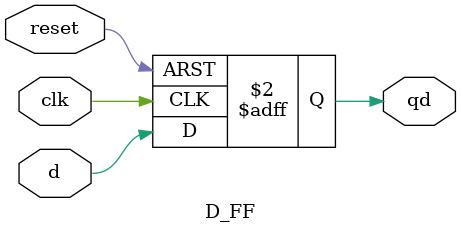
<source format=v>
module main (vcc, gnd, mled_left, mtoggle_beep, mled_right, mled_equal, mbcd_segment, mled_score_p1, mled_score_p2, min_hex_joy);

//Not finished @091259 0130
  output [4:0]mled_left,mled_right, mled_score_p1, mled_score_p2;
  output mled_equal, vcc, gnd, mtoggle_beep;
  output [3:0]mbcd_segment;
  input [7:0]min_hex_joy;

  wire [3:0]wo_bcd_left, wo_bcd_right, wo_bcd_segment, wo_ans;
  wire wo_tog_equal;
  wire [3:0]wo_state;
  wire inw_trigger;

  wire wo_ret_score_p1, wo_ret_score_p2;

  wire [3:0]w_anssel;
  wire [1:0]w_player;

  reg vcc, gnd;

  wire wo_toggle_beep;

//Global Pin for extranal
  always @ ( 1 ) begin
    vcc = 1;
    gnd = 0;
  end




  //starting state with zero
  click_count_up cup(wo_state, inw_trigger);

  //initial question
  //module question_inti (bcd_left, bcd_right, tog_equal, bcd_segment, bcd_ans, state);
  question_inti q1(wo_bcd_left, wo_bcd_right, wo_tog_equal, wo_bcd_segment, wo_ans, wo_state);

  //Show question in display
  //module question_show (led_left, led_right, led_equal, bcd_segment, in_left, in_right, in_equal, in_segment);
  question_show qs1(mled_left, mled_right, mled_equal, mbcd_segment, wo_bcd_left, wo_bcd_right, wo_tog_equal, wo_state);

  //LocalMethod: wait player press buttom
  //module get_player_score(ret_score_p1, ret_score_p2, rm_in_bcd, prob);
  get_player_score gps1(wo_ret_score_p1, wo_ret_score_p2, min_hex_joy, wo_ans, wo_toggle_beep);

  //module set_player_score(toggle_beep, led_score_p1, led_score_p2, tog_score_p1, tog_score_p2);
  set_player_score sps1(wo_toggle_beep, mled_score_p1, mled_score_p2, wo_ret_score_p1, wo_ret_score_p2);

  //GlobalMethod: Output Buzzer signal with out reg variable type
  and(mtoggle_beep, wo_toggle_beep, wo_toggle_beep);

  //LocalMethod: change state
  //module change_problem_logic(is_active, score_p1, score_p2);
  change_problem_logic ch1(inw_trigger, wo_ret_score_p1, wo_ret_score_p2);


endmodule // main

/*---------------------------------------------------------------------*/

module change_problem_logic(is_active, score_p1, score_p2);
/*
  low-level module for compair 2 player score for send toggle data next problem
  @output [1-bit] 1 if one of person have corrcet answer
  @input [1bit][active hight] one score of perple or both
*/
  output is_active;
  input score_p1, score_p2;
  or(is_active, score_p1, score_p2);

endmodule

module get_player_score(ret_score_p1, ret_score_p2, rm_in_bcd, prob, toggle_beep);
/*
  check player answer with problem answer and get who player give score
  @output [active hight] 1-bit score_player1 OR score_player2
  @input [bcd] remote_raw_bcd , problem_bcd_answer
*/
  output ret_score_p1;
  output ret_score_p2;
  input [7:0]rm_in_bcd;
  input [3:0]prob;
  input toggle_beep;
  wire [3:0]player_ans;
  wire [1:0]players;

  reg ret_score_p1, ret_score_p2;
  remote_chk_ans_ply rcap(player_ans, players, rm_in_bcd);

  always @(1)
  begin
    if (player_ans == prob && !toggle_beep)
      begin
          case (players)

              1:ret_score_p1 = 1'b1;
              2:ret_score_p2 = 1'b1;
              default:
                begin
                  ret_score_p1 = 1'b0;
                  ret_score_p2 = 1'b0;
                end
          endcase
      end
    else
      begin
        ret_score_p1 = 1'b0;
        ret_score_p2 = 1'b0;
      end
  end
endmodule

module remote_chk_ans_ply(anssel, player, in_hex);
/*
  check answer from remote both
  @retrun choice 1-4 [3:0]and player 1-2 [1:0]
  @input [active low] raw bcd[7:0] from remote
*/
  output [3:0]anssel;
  output [1:0]player;
  input [7:0]in_hex;

  reg [3:0]anssel;
  reg [1:0]player;

  always @(1)
    begin
      case (in_hex)
        8'b11111110 :
        begin
          anssel = 4;
          player = 2;
        end
        8'b11111101 :
        begin
          anssel = 3;
          player = 2;
        end
        8'b11111011 :
        begin
          anssel = 2;
          player = 2;
        end
        8'b11110111 :
        begin
          anssel = 1;
          player = 2;
        end
        8'b11101111 :
        begin
          anssel = 4;
          player = 1;
        end
        8'b11011111 :
        begin
          anssel = 3;
          player = 1;
        end
        8'b10111111 :
        begin
          anssel = 2;
          player = 1;
        end
        8'b01111111 :
        begin
          anssel = 1;
          player = 1;
        end
        default:
          begin
            anssel = 0;
            player = 0;
          end
      endcase
    end
endmodule
module question_inti (bcd_left, bcd_right, tog_equal, bcd_segment, bcd_ans, bcd_state);
  output [3:0]bcd_left, bcd_right;
  output [3:0]bcd_segment, bcd_ans;
  output tog_equal;
  input [3:0]bcd_state;

  reg [3:0]bcd_left, bcd_right;
  reg [3:0]bcd_segment, bcd_ans;
  reg tog_equal;


  always @ (bcd_state) begin
    if (bcd_state == 0) begin
      bcd_left = 1;
      bcd_right = 1;
      tog_equal = 0;
      bcd_segment = 1;
      bcd_ans = 1;
    end
    else if (bcd_state == 1) begin
      bcd_left = 2;
      bcd_right = 2;
      tog_equal = 1;
      bcd_segment = 2;
      bcd_ans = 2;
    end
    else if (bcd_state == 2) begin
      bcd_left = 3;
      bcd_right = 3;
      tog_equal = 0;
      bcd_segment = 3;
      bcd_ans = 3;
    end
    else if (bcd_state == 3) begin
      bcd_left = 4;
      bcd_right = 4;
      tog_equal = 1;
      bcd_segment = 4;
      bcd_ans = 4;
    end
    else if (bcd_state == 4) begin
      bcd_left = 5;
      bcd_right = 5;
      tog_equal = 0;
      bcd_segment = 5;
      bcd_ans = 3;
    end
    else if (bcd_state == 5) begin
      bcd_left = 4;
      bcd_right = 4;
      tog_equal = 1;
      bcd_segment = 4;
      bcd_ans = 2;
    end
    else if (bcd_state == 6) begin
      bcd_left = 3;
      bcd_right = 3;
      tog_equal = 0;
      bcd_segment = 3;
      bcd_ans = 1;
    end
    else if (bcd_state == 7) begin
      bcd_left = 2;
      bcd_right = 2;
      tog_equal = 1;
      bcd_segment = 2;
      bcd_ans = 2;
    end
    else if (bcd_state == 8) begin
      bcd_left = 1;
      bcd_right = 1;
      tog_equal = 0;
      bcd_segment = 1;
      bcd_ans = 3;
    end
    else if (bcd_state == 9) begin
      bcd_left = 1;
      bcd_right = 1;
      tog_equal = 1;
      bcd_segment = 0;
      bcd_ans = 4;
    end
    else begin
      bcd_left = 10;
      bcd_right = 10;
      tog_equal = 10;
      bcd_segment = 0;
      bcd_ans = 10;
    end
  end
endmodule // question_inti

module question_show (led_left, led_right, led_equal, bcd_segment, in_left, in_right, in_equal, in_segment);
/*
  low-level module to show 5 digits led-problem and equal and segment
  @input [bcd]data and [active hight]in_equal
  @output [active hight]all led
  @delay xxx ns
  @
*/
  output [4:0]led_left, led_right;
  output [3:0]bcd_segment;
  output led_equal;
  input [3:0]in_left, in_right, in_segment;
  input in_equal;

  reg [4:0]led_left, led_right;
  reg [3:0]bcd_segment;
  reg led_equal;

  always @ (1)
  begin
    case (in_left)
      0: led_left = 5'b00000;
      1: led_left = 5'b00001;
      2: led_left = 5'b00011;
      3: led_left = 5'b00111;
      4: led_left = 5'b01111;
      5: led_left = 5'b11111;
      10: led_left = 5'b10101; //State test
      default: led_left = 5'b01010;
    endcase
    case (in_right)
      0: led_right = 5'b00000;
      1: led_right = 5'b00001;
      2: led_right = 5'b00011;
      3: led_right = 5'b00111;
      4: led_right = 5'b01111;
      5: led_right = 5'b11111;
      10: led_right = 5'b10101; //State test
      default: led_right = 5'b01010;
    endcase
  end

  always @ (1) begin
    bcd_segment = in_segment;
    led_equal = in_equal;
  end

endmodule // question_show

module score_bcd_translate (led_player, bcd_player_score);
/*
  low-level module to show 5 digits led-score
  @output [5bit][active hight] led array
  @input trigger
  @design this function for Right-hand player if you want
    to use LH player you should invert-side of LED ex
    12345 -> 54321 it's eazy ways
  @delay 7.2ns [091259 0011]
*/
  input [3:0]bcd_player_score;
  output [4:0]led_player;
  reg [4:0]led_player;


  //Working always
  always @ (1) begin
    case (bcd_player_score)
      0: led_player = 5'b00000;
      1: led_player = 5'b00001;
      2: led_player = 5'b00011;
      3: led_player = 5'b00111;
      4: led_player = 5'b01111;
      5: led_player = 5'b11111;
      default: led_player = 5'b00000;
    endcase
  end
endmodule

module click_count_up(bcd, trigger);
  output [3:0]bcd;
  input trigger;
  reg [3:0]bcd;


  always @ ( posedge trigger ) begin
    case (bcd)
      0: bcd = 1;
      1: bcd = 2;
      2: bcd = 3;
      3: bcd = 4;
      4: bcd = 5;
      5: bcd = 6;
      6: bcd = 7;
      7: bcd = 8;
      8: bcd = 9;
      9: bcd = 0;
      default: bcd = 0;
    endcase
  end
endmodule

module set_player_score(toggle_beep, led_score_p1, led_score_p2, tog_score_p1, tog_score_p2);
  output [4:0]led_score_p1, led_score_p2;
  output toggle_beep;
  input tog_score_p1, tog_score_p2;
  reg toggle_beep;
  wire [3:0]score_p1, score_p2;

  click_count_up cku_p1(score_p1, tog_score_p1);
  click_count_up cku_p2(score_p2, tog_score_p2);

  score_bcd_translate sbcdt1(led_score_p1, score_p1);
  score_bcd_translate sbcdt2(led_score_p2, score_p2);

  always @(1) begin
    if (score_p1 >= 5 || score_p2 >= 5) begin
      toggle_beep = 1;
    end
    else begin
      toggle_beep = 0;
    end
  end

endmodule

module select_menu (bcd_menu_item, in_bcd_card, in_is_win);
  output [3:0]bcd_menu_item;
  input [1:0]in_bcd_card;
  input in_is_win;

  reg [3:0]bcd_menu_item;
  wire is_lock;
  D_FF dff1(is_lock, 1'b1, in_is_win, 1'b0);
  always @ (is_lock ) begin
    if (is_lock) begin

    end
  end

endmodule

module D_FF(qd, d, clk, reset);
	output qd;
	input d, clk,reset;
	reg qd;
	always @(posedge reset or negedge clk)
		if(reset)
			qd <= 1'b0;
		else
			qd <= d;
endmodule

</source>
